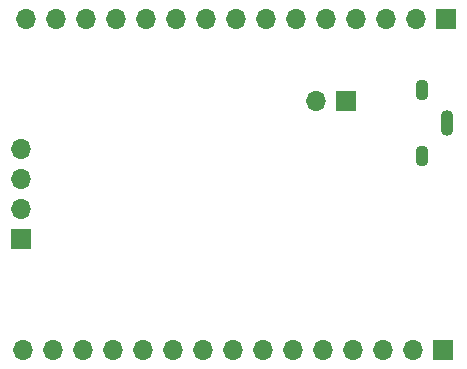
<source format=gbr>
%TF.GenerationSoftware,KiCad,Pcbnew,(6.0.5-0)*%
%TF.CreationDate,2022-07-12T00:15:49+05:30*%
%TF.ProjectId,STM32F103C8T6,53544d33-3246-4313-9033-433854362e6b,rev?*%
%TF.SameCoordinates,Original*%
%TF.FileFunction,Soldermask,Bot*%
%TF.FilePolarity,Negative*%
%FSLAX46Y46*%
G04 Gerber Fmt 4.6, Leading zero omitted, Abs format (unit mm)*
G04 Created by KiCad (PCBNEW (6.0.5-0)) date 2022-07-12 00:15:49*
%MOMM*%
%LPD*%
G01*
G04 APERTURE LIST*
%ADD10R,1.700000X1.700000*%
%ADD11O,1.700000X1.700000*%
%ADD12O,1.100000X1.800000*%
%ADD13O,1.100000X2.200000*%
G04 APERTURE END LIST*
D10*
%TO.C,J4*%
X116605000Y-131460000D03*
D11*
X116605000Y-128920000D03*
X116605000Y-126380000D03*
X116605000Y-123840000D03*
%TD*%
D10*
%TO.C,J5*%
X144075000Y-119800000D03*
D11*
X141535000Y-119800000D03*
%TD*%
D12*
%TO.C,J1*%
X150535000Y-118840000D03*
D13*
X152685000Y-121640000D03*
D12*
X150535000Y-124440000D03*
%TD*%
D10*
%TO.C,J2*%
X152615000Y-112830000D03*
D11*
X150075000Y-112830000D03*
X147535000Y-112830000D03*
X144995000Y-112830000D03*
X142455000Y-112830000D03*
X139915000Y-112830000D03*
X137375000Y-112830000D03*
X134835000Y-112830000D03*
X132295000Y-112830000D03*
X129755000Y-112830000D03*
X127215000Y-112830000D03*
X124675000Y-112830000D03*
X122135000Y-112830000D03*
X119595000Y-112830000D03*
X117055000Y-112830000D03*
%TD*%
D10*
%TO.C,J3*%
X152345000Y-140880000D03*
D11*
X149805000Y-140880000D03*
X147265000Y-140880000D03*
X144725000Y-140880000D03*
X142185000Y-140880000D03*
X139645000Y-140880000D03*
X137105000Y-140880000D03*
X134565000Y-140880000D03*
X132025000Y-140880000D03*
X129485000Y-140880000D03*
X126945000Y-140880000D03*
X124405000Y-140880000D03*
X121865000Y-140880000D03*
X119325000Y-140880000D03*
X116785000Y-140880000D03*
%TD*%
M02*

</source>
